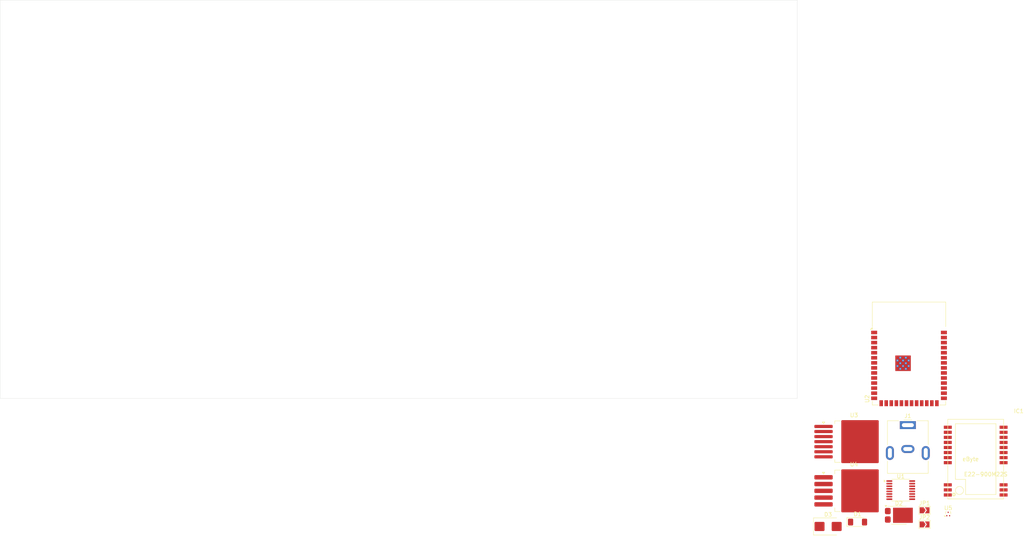
<source format=kicad_pcb>
(kicad_pcb (version 20241229) (generator "pcbnew") (generator_version "9.0")
  (layers (0 "F.Cu" signal) (4 "In1.Cu" signal) (6 "In2.Cu" signal) (2 "B.Cu" signal) (13 "F.Paste" user) (15 "B.Paste" user) (5 "F.SilkS" user "F.Silkscreen") (7 "B.SilkS" user "B.Silkscreen") (1 "F.Mask" user) (3 "B.Mask" user) (25 "Edge.Cuts" user))
  (net 0 "")
  (net 1 "Net-(D1-A)")
  (net 2 "Net-(D1-K)")
  (net 3 "Net-(D2-K)")
  (net 4 "Net-(D3-A1)")
  (net 6 "/ESP32/IO8")
  (net 7 "+3.3V")
  (net 8 "/ESP32/IO9")
  (net 9 "/LoRa/IO2")
  (net 10 "/LoRa/IO1")
  (net 11 "/ESP32/IO11")
  (net 12 "/LoRa/IO0")
  (net 13 "/ESP32/IO16")
  (net 14 "/ESP32/IO7")
  (net 15 "/ESP32/IO18")
  (net 16 "/ESP32/IO10")
  (net 18 "Net-(JP1-B)")
  (net 19 "Net-(JP2-B)")
  (net 20 "Net-(J2-Pin_2)")
  (net 21 "/Power Input/RAW")
  (net 23 "/ESP32/IO4")
  (net 24 "/ESP32/IO6")
  (net 25 "/ESP32/IO5")
  (net 26 "/ESP32/ESP32_USB_D-")
  (net 27 "/ESP32/IO41")
  (net 28 "/ESP32/IO42")
  (net 29 "/ESP32/IO14")
  (net 30 "/ESP32/RXD0")
  (net 32 "/ESP32/IO3")
  (net 33 "/ESP32/IO2")
  (net 34 "/ESP32/IO38")
  (net 35 "/ESP32/IO15")
  (net 36 "/ESP32/IO21")
  (net 37 "/ESP32/ESP32_USB_D+")
  (net 38 "/ESP32/IO1")
  (net 39 "Net-(J6-Pin_2)")
  (net 40 "/ESP32/TXD0")
  (net 41 "/ESP32/IO47")
  (net 42 "/ESP32/IO45")
  (net 43 "/ESP32/IO39")
  (net 44 "/ESP32/IO13")
  (net 45 "/ESP32/IO40")
  (net 46 "Net-(J5-Pin_2)")
  (net 47 "/ESP32/IO48")
  (net 48 "/ESP32/IO12")
  (net 49 "/ESP32/IO46")
  (net 50 "/ESP32/IO17")
  (net 51 "Net-(U3-EN)")
  (net 52 "Net-(U3-SW)")
  (net 54 "+5V")
  (net 55 "Net-(U3-BOOT)")
  (net 56 "Net-(U4-~{ON}{slash}OFF)")
  (net 57 "GND")
  (footprint "Diode_SMD:D_MiniMELF" (layer "F.Cu") (at 240.11 156.0565)
    (property "Reference" "D1" (at 0 -2 0) (layer "F.SilkS"))
    (property "Value" "BZV55B15")
    (fp_line (start -2.66 -1.11) (end -2.66 1.11) (stroke (width 0.12)) (layer "F.SilkS"))
    (fp_line (start -2.66 1.11) (end 1.75 1.11) (stroke (width 0.12)) (layer "F.SilkS"))
    (fp_line (start 1.75 -1.11) (end -2.66 -1.11) (stroke (width 0.12)) (layer "F.SilkS"))
    (pad "1" smd roundrect (at -1.75 0) (size 1.3 1.7) (layers "F.Cu" "F.Mask" "F.Paste") (roundrect_rratio 0.1923076923) (net 2 "Net-(D1-K)"))
    (pad "2" smd roundrect (at 1.75 0) (size 1.3 1.7) (layers "F.Cu" "F.Mask" "F.Paste") (roundrect_rratio 0.1923076923) (net 1 "Net-(D1-A)"))
  )
  (footprint "Package_TO_SOT_SMD:TO-263-5_TabPin3" (layer "F.Cu") (at 239.225 148.2115)
    (property "Reference" "U4" (at 0 -6.65 0) (layer "F.SilkS"))
    (property "Value" "LM2596S-3.3")
    (fp_line (start -4.825 -5.2) (end -4.825 -4.25) (stroke (width 0.12)) (layer "F.SilkS"))
    (fp_line (start -4.825 5.2) (end -4.825 4.25) (stroke (width 0.12)) (layer "F.SilkS"))
    (fp_line (start -3.46 -5.2) (end -4.825 -5.2) (stroke (width 0.12)) (layer "F.SilkS"))
    (fp_line (start -3.46 5.2) (end -4.825 5.2) (stroke (width 0.12)) (layer "F.SilkS"))
    (fp_poly (pts (xy -7.65 -4.21) (xy -7.99 -4.68) (xy -7.31 -4.68)) (stroke (width 0.12)) (fill yes) (layer "F.SilkS"))
    (pad "1" smd roundrect (at -7.65 -3.4) (size 4.6 1.1) (layers "F.Cu" "F.Mask" "F.Paste") (roundrect_rratio 0.227273) (net 54 "+5V"))
    (pad "2" smd roundrect (at -7.65 -1.7) (size 4.6 1.1) (layers "F.Cu" "F.Mask" "F.Paste") (roundrect_rratio 0.227273) (net 3 "Net-(D2-K)"))
    (pad "3" smd roundrect (at -7.65 0) (size 4.6 1.1) (layers "F.Cu" "F.Mask" "F.Paste") (roundrect_rratio 0.227273) (net 57 "GND"))
    (pad "3" smd roundrect (at 1.5 0) (size 9.4 10.8) (layers "F.Cu" "F.Mask") (roundrect_rratio 0.026596) (net 57 "GND"))
    (pad "4" smd roundrect (at -7.65 1.7) (size 4.6 1.1) (layers "F.Cu" "F.Mask" "F.Paste") (roundrect_rratio 0.227273) (net 7 "+3.3V"))
    (pad "5" smd roundrect (at -7.65 3.4) (size 4.6 1.1) (layers "F.Cu" "F.Mask" "F.Paste") (roundrect_rratio 0.227273) (net 56 "Net-(U4-~{ON}{slash}OFF)"))
  )
  (footprint "MountingHole:MountingHole_3.2mm_M3" (layer "F.Cu") (at 95 115)
    (property "Reference" "H6" (hide yes))
    (property "Value" "MountingHole")
    (pad "" np_thru_hole circle (at 0 0) (size 3.2 3.2) (drill 3.2) (layers "*.Cu" "*.Mask"))
  )
  (footprint "MountingHole:MountingHole_3.2mm_M3" (layer "F.Cu") (at 95 35)
    (property "Reference" "H2" (hide yes))
    (property "Value" "MountingHole")
    (pad "" np_thru_hole circle (at 0 0) (size 3.2 3.2) (drill 3.2) (layers "*.Cu" "*.Mask"))
  )
  (footprint "Package_TO_SOT_SMD:Nexperia_CFP15_SOT-1289" (layer "F.Cu") (at 250.475 154.3565)
    (property "Reference" "D2" (at 0 -3 0) (layer "F.SilkS"))
    (property "Value" "PMEG030V050EPD")
    (fp_line (start 1.9 -2.26) (end -2.83 -2.26) (stroke (width 0.12)) (layer "F.SilkS"))
    (fp_line (start 1.9 2.26) (end -1.9 2.26) (stroke (width 0.12)) (layer "F.SilkS"))
    (fp_poly (pts (xy -3.25 -2.14) (xy -3.01 -2.47) (xy -3.49 -2.47) (xy -3.25 -2.14)) (stroke (width 0.12)) (fill yes) (layer "F.SilkS"))
    (pad "1" smd roundrect (at -2.78 -1.065 180) (size 1.44 1.6) (layers "F.Cu" "F.Mask" "F.Paste") (net 57 "GND"))
    (pad "2" smd roundrect (at -2.78 1.065 180) (size 1.44 1.6) (layers "F.Cu" "F.Mask" "F.Paste") (net 57 "GND"))
    (pad "3" smd rect (at 1.02 0 180) (size 4.96 3.8) (layers "F.Cu" "F.Mask") (net 3 "Net-(D2-K)"))
  )
  (footprint "MountingHole:MountingHole_3.2mm_M3" (layer "F.Cu") (at 155 115)
    (property "Reference" "H8" (hide yes))
    (property "Value" "MountingHole")
    (pad "" np_thru_hole circle (at 0 0) (size 3.2 3.2) (drill 3.2) (layers "*.Cu" "*.Mask"))
  )
  (footprint "Jumper:SolderJumper-2_P1.3mm_Open_TrianglePad1.0x1.5mm" (layer "F.Cu") (at 256.925 156.6515)
    (property "Reference" "JP2" (at 0 -1.8 0) (layer "F.SilkS"))
    (property "Value" "A1")
    (fp_line (start -1.4 -1) (end 1.4 -1) (stroke (width 0.12)) (layer "F.SilkS"))
    (fp_line (start -1.4 1) (end -1.4 -1) (stroke (width 0.12)) (layer "F.SilkS"))
    (fp_line (start 1.4 -1) (end 1.4 1) (stroke (width 0.12)) (layer "F.SilkS"))
    (fp_line (start 1.4 1) (end -1.4 1) (stroke (width 0.12)) (layer "F.SilkS"))
    (pad "1" smd custom (at -0.725 0) (size 0.3 0.3) (layers "F.Cu" "F.Mask") (net 7 "+3.3V") (options (clearance outline) (anchor rect)) (primitives (gr_poly (pts (xy 1 0) (xy 0.5 0.75) (xy -0.5 0.75) (xy -0.5 -0.75) (xy 0.5 -0.75)) (width 0) (fill yes))))
    (pad "2" smd custom (at 0.725 0) (size 0.3 0.3) (layers "F.Cu" "F.Mask") (net 19 "Net-(JP2-B)") (options (clearance outline) (anchor rect)) (primitives (gr_poly (pts (xy 0.5 0.75) (xy -0.65 0.75) (xy -0.15 0) (xy -0.65 -0.75) (xy 0.5 -0.75)) (width 0) (fill yes))))
  )
  (footprint "RF_Module:ESP32-S3-WROOM-1" (layer "F.Cu") (at 253.025 113.7115)
    (property "Reference" "U2" (at -10.5 11.4 90) (layer "F.SilkS"))
    (property "Value" "ESP32-S3-WROOM-1")
    (fp_line (start -9.2 -12.9) (end -9.2 -6.7) (stroke (width 0.12)) (layer "F.SilkS"))
    (fp_line (start -9.2 -12.9) (end 9.2 -12.9) (stroke (width 0.12)) (layer "F.SilkS"))
    (fp_line (start -9.2 11.95) (end -9.2 12.95) (stroke (width 0.12)) (layer "F.SilkS"))
    (fp_line (start -9.2 12.95) (end -7.7 12.95) (stroke (width 0.12)) (layer "F.SilkS"))
    (fp_line (start 9.2 -12.9) (end 9.2 -6.7) (stroke (width 0.12)) (layer "F.SilkS"))
    (fp_line (start 9.2 12.95) (end 7.7 12.95) (stroke (width 0.12)) (layer "F.SilkS"))
    (fp_line (start 9.2 12.95) (end 9.2 11.95) (stroke (width 0.12)) (layer "F.SilkS"))
    (fp_poly (pts (xy -9.2 -6.025) (xy -9.7 -6.025) (xy -9.2 -6.525) (xy -9.2 -6.025)) (stroke (width 0.12)) (fill yes) (layer "F.SilkS"))
    (pad "1" smd rect (at -8.75 -5.26) (size 1.5 0.9) (layers "F.Cu" "F.Mask" "F.Paste") (net 57 "GND"))
    (pad "2" smd rect (at -8.75 -3.99) (size 1.5 0.9) (layers "F.Cu" "F.Mask" "F.Paste") (net 7 "+3.3V"))
    (pad "3" smd rect (at -8.75 -2.72) (size 1.5 0.9) (layers "F.Cu" "F.Mask" "F.Paste") (net 39 "Net-(J6-Pin_2)"))
    (pad "4" smd rect (at -8.75 -1.45) (size 1.5 0.9) (layers "F.Cu" "F.Mask" "F.Paste") (net 23 "/ESP32/IO4"))
    (pad "5" smd rect (at -8.75 -0.18) (size 1.5 0.9) (layers "F.Cu" "F.Mask" "F.Paste") (net 25 "/ESP32/IO5"))
    (pad "6" smd rect (at -8.75 1.09) (size 1.5 0.9) (layers "F.Cu" "F.Mask" "F.Paste") (net 24 "/ESP32/IO6"))
    (pad "7" smd rect (at -8.75 2.36) (size 1.5 0.9) (layers "F.Cu" "F.Mask" "F.Paste") (net 14 "/ESP32/IO7"))
    (pad "8" smd rect (at -8.75 3.63) (size 1.5 0.9) (layers "F.Cu" "F.Mask" "F.Paste") (net 35 "/ESP32/IO15"))
    (pad "9" smd rect (at -8.75 4.9) (size 1.5 0.9) (layers "F.Cu" "F.Mask" "F.Paste") (net 13 "/ESP32/IO16"))
    (pad "10" smd rect (at -8.75 6.17) (size 1.5 0.9) (layers "F.Cu" "F.Mask" "F.Paste") (net 50 "/ESP32/IO17"))
    (pad "11" smd rect (at -8.75 7.44) (size 1.5 0.9) (layers "F.Cu" "F.Mask" "F.Paste") (net 15 "/ESP32/IO18"))
    (pad "12" smd rect (at -8.75 8.71) (size 1.5 0.9) (layers "F.Cu" "F.Mask" "F.Paste") (net 6 "/ESP32/IO8"))
    (pad "13" smd rect (at -8.75 9.98) (size 1.5 0.9) (layers "F.Cu" "F.Mask" "F.Paste") (net 26 "/ESP32/ESP32_USB_D-"))
    (pad "14" smd rect (at -8.75 11.25 180) (size 1.5 0.9) (layers "F.Cu" "F.Mask" "F.Paste") (net 37 "/ESP32/ESP32_USB_D+"))
    (pad "15" smd rect (at -6.985 12.5 270) (size 1.5 0.9) (layers "F.Cu" "F.Mask" "F.Paste") (net 32 "/ESP32/IO3"))
    (pad "16" smd rect (at -5.715 12.5 270) (size 1.5 0.9) (layers "F.Cu" "F.Mask" "F.Paste") (net 49 "/ESP32/IO46"))
    (pad "17" smd rect (at -4.445 12.5 270) (size 1.5 0.9) (layers "F.Cu" "F.Mask" "F.Paste") (net 8 "/ESP32/IO9"))
    (pad "18" smd rect (at -3.175 12.5 270) (size 1.5 0.9) (layers "F.Cu" "F.Mask" "F.Paste") (net 16 "/ESP32/IO10"))
    (pad "19" smd rect (at -1.905 12.5 270) (size 1.5 0.9) (layers "F.Cu" "F.Mask" "F.Paste") (net 11 "/ESP32/IO11"))
    (pad "20" smd rect (at -0.635 12.5 270) (size 1.5 0.9) (layers "F.Cu" "F.Mask" "F.Paste") (net 48 "/ESP32/IO12"))
    (pad "21" smd rect (at 0.635 12.5 270) (size 1.5 0.9) (layers "F.Cu" "F.Mask" "F.Paste") (net 44 "/ESP32/IO13"))
    (pad "22" smd rect (at 1.905 12.5 270) (size 1.5 0.9) (layers "F.Cu" "F.Mask" "F.Paste") (net 29 "/ESP32/IO14"))
    (pad "23" smd rect (at 3.175 12.5 270) (size 1.5 0.9) (layers "F.Cu" "F.Mask" "F.Paste") (net 36 "/ESP32/IO21"))
    (pad "24" smd rect (at 4.445 12.5 270) (size 1.5 0.9) (layers "F.Cu" "F.Mask" "F.Paste") (net 41 "/ESP32/IO47"))
    (pad "25" smd rect (at 5.715 12.5 270) (size 1.5 0.9) (layers "F.Cu" "F.Mask" "F.Paste") (net 47 "/ESP32/IO48"))
    (pad "26" smd rect (at 6.985 12.5 270) (size 1.5 0.9) (layers "F.Cu" "F.Mask" "F.Paste") (net 42 "/ESP32/IO45"))
    (pad "27" smd rect (at 8.75 11.25) (size 1.5 0.9) (layers "F.Cu" "F.Mask" "F.Paste") (net 46 "Net-(J5-Pin_2)"))
    (pad "28" smd rect (at 8.75 9.98) (size 1.5 0.9) (layers "F.Cu" "F.Mask" "F.Paste"))
    (pad "29" smd rect (at 8.75 8.71) (size 1.5 0.9) (layers "F.Cu" "F.Mask" "F.Paste"))
    (pad "30" smd rect (at 8.75 7.44) (size 1.5 0.9) (layers "F.Cu" "F.Mask" "F.Paste"))
    (pad "31" smd rect (at 8.75 6.17) (size 1.5 0.9) (layers "F.Cu" "F.Mask" "F.Paste") (net 34 "/ESP32/IO38"))
    (pad "32" smd rect (at 8.75 4.9) (size 1.5 0.9) (layers "F.Cu" "F.Mask" "F.Paste") (net 43 "/ESP32/IO39"))
    (pad "33" smd rect (at 8.75 3.63) (size 1.5 0.9) (layers "F.Cu" "F.Mask" "F.Paste") (net 45 "/ESP32/IO40"))
    (pad "34" smd rect (at 8.75 2.36) (size 1.5 0.9) (layers "F.Cu" "F.Mask" "F.Paste") (net 27 "/ESP32/IO41"))
    (pad "35" smd rect (at 8.75 1.09) (size 1.5 0.9) (layers "F.Cu" "F.Mask" "F.Paste") (net 28 "/ESP32/IO42"))
    (pad "36" smd rect (at 8.75 -0.18) (size 1.5 0.9) (layers "F.Cu" "F.Mask" "F.Paste") (net 30 "/ESP32/RXD0"))
    (pad "37" smd rect (at 8.75 -1.45) (size 1.5 0.9) (layers "F.Cu" "F.Mask" "F.Paste") (net 40 "/ESP32/TXD0"))
    (pad "38" smd rect (at 8.75 -2.72) (size 1.5 0.9) (layers "F.Cu" "F.Mask" "F.Paste") (net 33 "/ESP32/IO2"))
    (pad "39" smd rect (at 8.75 -3.99) (size 1.5 0.9) (layers "F.Cu" "F.Mask" "F.Paste") (net 38 "/ESP32/IO1"))
    (pad "40" smd rect (at 8.75 -5.26) (size 1.5 0.9) (layers "F.Cu" "F.Mask" "F.Paste") (net 57 "GND"))
    (pad "41" thru_hole circle (at -2.9 1.76 90) (size 0.6 0.6) (drill 0.2) (property pad_prop_heatsink) (layers "*.Cu" "F.Mask") (net 57 "GND"))
    (pad "41" thru_hole circle (at -2.9 3.16) (size 0.6 0.6) (drill 0.2) (property pad_prop_heatsink) (layers "*.Cu" "F.Mask") (net 57 "GND"))
    (pad "41" thru_hole circle (at -2.2 1.06) (size 0.6 0.6) (drill 0.2) (property pad_prop_heatsink) (layers "*.Cu" "F.Mask") (net 57 "GND"))
    (pad "41" thru_hole circle (at -2.2 2.46) (size 0.6 0.6) (drill 0.2) (property pad_prop_heatsink) (layers "*.Cu" "F.Mask") (net 57 "GND"))
    (pad "41" thru_hole circle (at -2.2 3.86) (size 0.6 0.6) (drill 0.2) (property pad_prop_heatsink) (layers "*.Cu" "F.Mask") (net 57 "GND"))
    (pad "41" thru_hole circle (at -1.5 1.76) (size 0.6 0.6) (drill 0.2) (property pad_prop_heatsink) (layers "*.Cu" "F.Mask") (net 57 "GND"))
    (pad "41" smd rect (at -1.5 2.46 270) (size 3.9 3.9) (property pad_prop_heatsink) (layers "F.Cu" "F.Mask") (net 57 "GND"))
    (pad "41" thru_hole circle (at -1.5 3.16) (size 0.6 0.6) (drill 0.2) (property pad_prop_heatsink) (layers "*.Cu" "F.Mask") (net 57 "GND"))
    (pad "41" thru_hole circle (at -0.8 1.06) (size 0.6 0.6) (drill 0.2) (property pad_prop_heatsink) (layers "*.Cu" "F.Mask") (net 57 "GND"))
    (pad "41" thru_hole circle (at -0.8 2.46) (size 0.6 0.6) (drill 0.2) (property pad_prop_heatsink) (layers "*.Cu" "F.Mask") (net 57 "GND"))
    (pad "41" thru_hole circle (at -0.8 3.86) (size 0.6 0.6) (drill 0.2) (property pad_prop_heatsink) (layers "*.Cu" "F.Mask") (net 57 "GND"))
    (pad "41" thru_hole circle (at -0.1 1.76) (size 0.6 0.6) (drill 0.2) (property pad_prop_heatsink) (layers "*.Cu" "F.Mask") (net 57 "GND"))
    (pad "41" thru_hole circle (at -0.1 3.16) (size 0.6 0.6) (drill 0.2) (property pad_prop_heatsink) (layers "*.Cu" "F.Mask") (net 57 "GND"))
  )
  (footprint "Package_TO_SOT_SMD:Texas_DRT-3" (layer "F.Cu") (at 262.85 154.0315)
    (property "Reference" "U5" (at 0 -1.5 0) (layer "F.SilkS"))
    (property "Value" "TPD2EUSB30")
    (fp_line (start -0.65 -0.55) (end -0.45 -0.55) (stroke (width 0.12)) (layer "F.SilkS"))
    (fp_line (start -0.65 0) (end -0.65 -0.55) (stroke (width 0.12)) (layer "F.SilkS"))
    (fp_line (start 0.65 -0.55) (end 0.45 -0.55) (stroke (width 0.12)) (layer "F.SilkS"))
    (fp_line (start 0.65 0) (end 0.65 -0.55) (stroke (width 0.12)) (layer "F.SilkS"))
    (fp_poly (pts (xy -0.76 0.43) (xy -0.76 0.71) (xy -1.04 0.43) (xy -0.76 0.43)) (stroke (width 0.12)) (fill yes) (layer "F.SilkS"))
    (pad "1" smd roundrect (at -0.35 0.425) (size 0.3 0.3) (layers "F.Cu" "F.Mask" "F.Paste") (net 37 "/ESP32/ESP32_USB_D+"))
    (pad "2" smd roundrect (at 0.35 0.425) (size 0.3 0.3) (layers "F.Cu" "F.Mask" "F.Paste") (net 26 "/ESP32/ESP32_USB_D-"))
    (pad "3" smd roundrect (at 0 -0.425) (size 0.3 0.3) (layers "F.Cu" "F.Mask" "F.Paste") (net 57 "GND"))
  )
  (footprint "MountingHole:MountingHole_3.2mm_M3" (layer "F.Cu") (at 35 35)
    (property "Reference" "H1" (hide yes))
    (property "Value" "MountingHole")
    (pad "" np_thru_hole circle (at 0 0) (size 3.2 3.2) (drill 3.2) (layers "*.Cu" "*.Mask"))
  )
  (footprint "E22-900M22S:E22-900M22S" (layer "F.Cu") (at 269.75 140.25)
    (property "Reference" "IC1" (at 10.795 -12.065 0) (layer "F.SilkS"))
    (property "Value" "E22-900M22S")
    (fp_line (start -7 -10) (end 7 -10) (stroke (width 0.127)) (layer "F.SilkS"))
    (fp_line (start -7 10) (end -7 -10) (stroke (width 0.127)) (layer "F.SilkS"))
    (fp_line (start -5.08 -8.89) (end 5.08 -8.89) (stroke (width 0.127)) (layer "F.SilkS"))
    (fp_line (start -5.08 5.08) (end -5.08 -8.89) (stroke (width 0.127)) (layer "F.SilkS"))
    (fp_line (start -2.54 5.08) (end -5.08 5.08) (stroke (width 0.127)) (layer "F.SilkS"))
    (fp_line (start -2.54 8.89) (end -2.54 5.08) (stroke (width 0.127)) (layer "F.SilkS"))
    (fp_line (start 5.08 -8.89) (end 5.08 8.89) (stroke (width 0.127)) (layer "F.SilkS"))
    (fp_line (start 5.08 8.89) (end -2.54 8.89) (stroke (width 0.127)) (layer "F.SilkS"))
    (fp_line (start 7 -10) (end 7 10) (stroke (width 0.127)) (layer "F.SilkS"))
    (fp_line (start 7 10) (end -7 10) (stroke (width 0.127)) (layer "F.SilkS"))
    (fp_circle (center -5.461 8.89) (end -5.207 8.89) (stroke (width 0.127)) (fill no) (layer "F.SilkS"))
    (fp_circle (center -5.461 8.89) (end -5.08 8.89) (stroke (width 0.127)) (fill no) (layer "F.SilkS"))
    (fp_circle (center -4.064 7.874) (end -3.048 7.874) (stroke (width 0.127)) (fill no) (layer "F.SilkS"))
    (fp_text user "eByte" (at -1.27 0 0) (layer "F.SilkS"))
    (fp_text user "E22-900M22S" (at 2.54 3.81 0) (layer "F.SilkS"))
    (pad "1" smd rect (at 7 9) (size 2 0.8) (layers "F.Cu" "F.Mask" "F.Paste") (net 57 "GND"))
    (pad "2" smd rect (at 7 7.73) (size 2 0.8) (layers "F.Cu" "F.Mask" "F.Paste") (net 57 "GND"))
    (pad "3" smd rect (at 7 6.46) (size 2 0.8) (layers "F.Cu" "F.Mask" "F.Paste") (net 57 "GND"))
    (pad "4" smd rect (at 7 0.89) (size 2 0.8) (layers "F.Cu" "F.Mask" "F.Paste") (net 57 "GND"))
    (pad "5" smd rect (at 7 -0.38) (size 2 0.8) (layers "F.Cu" "F.Mask" "F.Paste") (net 57 "GND"))
    (pad "6" smd rect (at 7 -1.65) (size 2 0.8) (layers "F.Cu" "F.Mask" "F.Paste") (net 9 "/LoRa/IO2"))
    (pad "7" smd rect (at 7 -2.92) (size 2 0.8) (layers "F.Cu" "F.Mask" "F.Paste") (net 8 "/ESP32/IO9"))
    (pad "8" smd rect (at 7 -4.19) (size 2 0.8) (layers "F.Cu" "F.Mask" "F.Paste") (net 6 "/ESP32/IO8"))
    (pad "9" smd rect (at 7 -5.46) (size 2 0.8) (layers "F.Cu" "F.Mask" "F.Paste") (net 7 "+3.3V"))
    (pad "10" smd rect (at 7 -6.73) (size 2 0.8) (layers "F.Cu" "F.Mask" "F.Paste") (net 57 "GND"))
    (pad "11" smd rect (at 7 -8) (size 2 0.8) (layers "F.Cu" "F.Mask" "F.Paste") (net 57 "GND"))
    (pad "12" smd rect (at -7 -8) (size 2 0.8) (layers "F.Cu" "F.Mask" "F.Paste") (net 57 "GND"))
    (pad "13" smd rect (at -7 -6.73) (size 2 0.8) (layers "F.Cu" "F.Mask" "F.Paste") (net 14 "/ESP32/IO7"))
    (pad "14" smd rect (at -7 -5.46) (size 2 0.8) (layers "F.Cu" "F.Mask" "F.Paste") (net 12 "/LoRa/IO0"))
    (pad "15" smd rect (at -7 -4.19) (size 2 0.8) (layers "F.Cu" "F.Mask" "F.Paste") (net 10 "/LoRa/IO1"))
    (pad "16" smd rect (at -7 -2.92) (size 2 0.8) (layers "F.Cu" "F.Mask" "F.Paste") (net 16 "/ESP32/IO10"))
    (pad "17" smd rect (at -7 -1.65) (size 2 0.8) (layers "F.Cu" "F.Mask" "F.Paste") (net 11 "/ESP32/IO11"))
    (pad "18" smd rect (at -7 -0.38) (size 2 0.8) (layers "F.Cu" "F.Mask" "F.Paste") (net 15 "/ESP32/IO18"))
    (pad "19" smd rect (at -7 0.89) (size 2 0.8) (layers "F.Cu" "F.Mask" "F.Paste") (net 13 "/ESP32/IO16"))
    (pad "20" smd rect (at -7 6.46) (size 2 0.8) (layers "F.Cu" "F.Mask" "F.Paste") (net 57 "GND"))
    (pad "21" smd rect (at -7 7.73) (size 2 0.8) (layers "F.Cu" "F.Mask" "F.Paste"))
    (pad "22" smd rect (at -7 9) (size 2 0.8) (layers "F.Cu" "F.Mask" "F.Paste") (net 57 "GND"))
  )
  (footprint "Package_SO:TSSOP-16_4.4x5mm_P0.65mm" (layer "F.Cu") (at 250.95 148.0315)
    (property "Reference" "U1" (at 0 -3.45 0) (layer "F.SilkS"))
    (property "Value" "INA260")
    (fp_line (start -2.31 -2.735) (end 2.31 -2.735) (stroke (width 0.12)) (layer "F.SilkS"))
    (fp_line (start 2.31 2.735) (end -2.31 2.735) (stroke (width 0.12)) (layer "F.SilkS"))
    (fp_poly (pts (xy -3.86 -2.28) (xy -4.19 -2.04) (xy -4.19 -2.52)) (stroke (width 0.12)) (fill yes) (layer "F.SilkS"))
    (pad "1" smd roundrect (at -2.8625 -2.275) (size 1.475 0.4) (layers "F.Cu" "F.Mask" "F.Paste") (net 20 "Net-(J2-Pin_2)"))
    (pad "2" smd roundrect (at -2.8625 -1.625) (size 1.475 0.4) (layers "F.Cu" "F.Mask" "F.Paste") (net 20 "Net-(J2-Pin_2)"))
    (pad "3" smd roundrect (at -2.8625 -0.975) (size 1.475 0.4) (layers "F.Cu" "F.Mask" "F.Paste") (net 20 "Net-(J2-Pin_2)"))
    (pad "4" smd roundrect (at -2.8625 -0.325) (size 1.475 0.4) (layers "F.Cu" "F.Mask" "F.Paste") (net 19 "Net-(JP2-B)"))
    (pad "5" smd roundrect (at -2.8625 0.325) (size 1.475 0.4) (layers "F.Cu" "F.Mask" "F.Paste") (net 18 "Net-(JP1-B)"))
    (pad "6" smd roundrect (at -2.8625 0.975) (size 1.475 0.4) (layers "F.Cu" "F.Mask" "F.Paste") (net 57 "GND"))
    (pad "7" smd roundrect (at -2.8625 1.625) (size 1.475 0.4) (layers "F.Cu" "F.Mask" "F.Paste") (net 23 "/ESP32/IO4"))
    (pad "8" smd roundrect (at -2.8625 2.275) (size 1.475 0.4) (layers "F.Cu" "F.Mask" "F.Paste") (net 25 "/ESP32/IO5"))
    (pad "9" smd roundrect (at 2.8625 2.275) (size 1.475 0.4) (layers "F.Cu" "F.Mask" "F.Paste") (net 24 "/ESP32/IO6"))
    (pad "10" smd roundrect (at 2.8625 1.625) (size 1.475 0.4) (layers "F.Cu" "F.Mask" "F.Paste") (net 7 "+3.3V"))
    (pad "11" smd roundrect (at 2.8625 0.975) (size 1.475 0.4) (layers "F.Cu" "F.Mask" "F.Paste") (net 57 "GND"))
    (pad "12" smd roundrect (at 2.8625 0.325) (size 1.475 0.4) (layers "F.Cu" "F.Mask" "F.Paste") (net 20 "Net-(J2-Pin_2)"))
    (pad "13" smd roundrect (at 2.8625 -0.325) (size 1.475 0.4) (layers "F.Cu" "F.Mask" "F.Paste"))
    (pad "14" smd roundrect (at 2.8625 -0.975) (size 1.475 0.4) (layers "F.Cu" "F.Mask" "F.Paste") (net 21 "/Power Input/RAW"))
    (pad "15" smd roundrect (at 2.8625 -1.625) (size 1.475 0.4) (layers "F.Cu" "F.Mask" "F.Paste") (net 21 "/Power Input/RAW"))
    (pad "16" smd roundrect (at 2.8625 -2.275) (size 1.475 0.4) (layers "F.Cu" "F.Mask" "F.Paste") (net 21 "/Power Input/RAW"))
  )
  (footprint "MountingHole:MountingHole_3.2mm_M3" (layer "F.Cu") (at 155 35)
    (property "Reference" "H4" (hide yes))
    (property "Value" "MountingHole")
    (pad "" np_thru_hole circle (at 0 0) (size 3.2 3.2) (drill 3.2) (layers "*.Cu" "*.Mask"))
  )
  (footprint "MountingHole:MountingHole_3.2mm_M3" (layer "F.Cu") (at 215 115)
    (property "Reference" "H5" (hide yes))
    (property "Value" "MountingHole")
    (pad "" np_thru_hole circle (at 0 0) (size 3.2 3.2) (drill 3.2) (layers "*.Cu" "*.Mask"))
  )
  (footprint "Jumper:SolderJumper-2_P1.3mm_Open_TrianglePad1.0x1.5mm" (layer "F.Cu") (at 256.925 153.1015)
    (property "Reference" "JP1" (at 0 -1.8 0) (layer "F.SilkS"))
    (property "Value" "A0")
    (fp_line (start -1.4 -1) (end 1.4 -1) (stroke (width 0.12)) (layer "F.SilkS"))
    (fp_line (start -1.4 1) (end -1.4 -1) (stroke (width 0.12)) (layer "F.SilkS"))
    (fp_line (start 1.4 -1) (end 1.4 1) (stroke (width 0.12)) (layer "F.SilkS"))
    (fp_line (start 1.4 1) (end -1.4 1) (stroke (width 0.12)) (layer "F.SilkS"))
    (pad "1" smd custom (at -0.725 0) (size 0.3 0.3) (layers "F.Cu" "F.Mask") (net 7 "+3.3V") (options (clearance outline) (anchor rect)) (primitives (gr_poly (pts (xy 1 0) (xy 0.5 0.75) (xy -0.5 0.75) (xy -0.5 -0.75) (xy 0.5 -0.75)) (width 0) (fill yes))))
    (pad "2" smd custom (at 0.725 0) (size 0.3 0.3) (layers "F.Cu" "F.Mask") (net 18 "Net-(JP1-B)") (options (clearance outline) (anchor rect)) (primitives (gr_poly (pts (xy 0.5 0.75) (xy -0.65 0.75) (xy -0.15 0) (xy -0.65 -0.75) (xy 0.5 -0.75)) (width 0) (fill yes))))
  )
  (footprint "Package_TO_SOT_SMD:TO-263-7_TabPin8" (layer "F.Cu") (at 239.225 135.8615)
    (property "Reference" "U3" (at 0 -6.65 0) (layer "F.SilkS"))
    (property "Value" "LM22678TJ-5")
    (fp_line (start -4.825 -5.2) (end -4.825 -4.51) (stroke (width 0.12)) (layer "F.SilkS"))
    (fp_line (start -4.825 5.2) (end -4.825 4.51) (stroke (width 0.12)) (layer "F.SilkS"))
    (fp_line (start -3.46 -5.2) (end -4.825 -5.2) (stroke (width 0.12)) (layer "F.SilkS"))
    (fp_line (start -3.46 5.2) (end -4.825 5.2) (stroke (width 0.12)) (layer "F.SilkS"))
    (fp_poly (pts (xy -7.65 -4.47) (xy -7.99 -4.94) (xy -7.31 -4.94)) (stroke (width 0.12)) (fill yes) (layer "F.SilkS"))
    (pad "1" smd roundrect (at -7.65 -3.81) (size 4.6 0.8) (layers "F.Cu" "F.Mask" "F.Paste") (net 52 "Net-(U3-SW)"))
    (pad "2" smd roundrect (at -7.65 -2.54) (size 4.6 0.8) (layers "F.Cu" "F.Mask" "F.Paste") (net 21 "/Power Input/RAW"))
    (pad "3" smd roundrect (at -7.65 -1.27) (size 4.6 0.8) (layers "F.Cu" "F.Mask" "F.Paste") (net 55 "Net-(U3-BOOT)"))
    (pad "4" smd roundrect (at -7.65 0) (size 4.6 0.8) (layers "F.Cu" "F.Mask" "F.Paste") (net 57 "GND"))
    (pad "5" smd roundrect (at -7.65 1.27) (size 4.6 0.8) (layers "F.Cu" "F.Mask" "F.Paste"))
    (pad "6" smd roundrect (at -7.65 2.54) (size 4.6 0.8) (layers "F.Cu" "F.Mask" "F.Paste") (net 54 "+5V"))
    (pad "7" smd roundrect (at -7.65 3.81) (size 4.6 0.8) (layers "F.Cu" "F.Mask" "F.Paste") (net 51 "Net-(U3-EN)"))
    (pad "8" smd roundrect (at 1.5 0) (size 9.4 10.8) (layers "F.Cu" "F.Mask") (roundrect_rratio 0.026596) (net 57 "GND"))
  )
  (footprint "Diode_SMD:D_SMB" (layer "F.Cu") (at 232.72 157.1615)
    (property "Reference" "D3" (at 0 -3 0) (layer "F.SilkS"))
    (property "Value" "SM6T30A")
    (fp_line (start -3.66 -2.15) (end -3.66 2.15) (stroke (width 0.12)) (layer "F.SilkS"))
    (fp_line (start -3.66 -2.15) (end 2.15 -2.15) (stroke (width 0.12)) (layer "F.SilkS"))
    (fp_line (start -3.66 2.15) (end 2.15 2.15) (stroke (width 0.12)) (layer "F.SilkS"))
    (pad "1" smd roundrect (at -2.15 0) (size 2.5 2.3) (layers "F.Cu" "F.Mask" "F.Paste") (roundrect_rratio 0.1086956522) (net 4 "Net-(D3-A1)"))
    (pad "2" smd roundrect (at 2.15 0) (size 2.5 2.3) (layers "F.Cu" "F.Mask" "F.Paste") (roundrect_rratio 0.1086956522) (net 57 "GND"))
  )
  (footprint "MountingHole:MountingHole_3.2mm_M3" (layer "F.Cu") (at 35 115)
    (property "Reference" "H7" (hide yes))
    (property "Value" "MountingHole")
    (pad "" np_thru_hole circle (at 0 0) (size 3.2 3.2) (drill 3.2) (layers "*.Cu" "*.Mask"))
  )
  (footprint "Connector_BarrelJack:BarrelJack_CUI_PJ-063AH_Horizontal" (layer "F.Cu") (at 252.725 131.7115)
    (property "Reference" "J1" (at 0 -2.3 0) (layer "F.SilkS"))
    (property "Value" "Input")
    (fp_line (start -5.11 -1.11) (end -2.3 -1.11) (stroke (width 0.12)) (layer "F.SilkS"))
    (fp_line (start -5.11 4.95) (end -5.11 -1.11) (stroke (width 0.12)) (layer "F.SilkS"))
    (fp_line (start -5.11 12.11) (end -5.11 9.05) (stroke (width 0.12)) (layer "F.SilkS"))
    (fp_line (start -1 -1.3) (end 1 -1.3) (stroke (width 0.12)) (layer "F.SilkS"))
    (fp_line (start 2.3 -1.11) (end 5.11 -1.11) (stroke (width 0.12)) (layer "F.SilkS"))
    (fp_line (start 5.11 -1.11) (end 5.11 4.95) (stroke (width 0.12)) (layer "F.SilkS"))
    (fp_line (start 5.11 9.05) (end 5.11 12.11) (stroke (width 0.12)) (layer "F.SilkS"))
    (fp_line (start 5.11 12.11) (end -5.11 12.11) (stroke (width 0.12)) (layer "F.SilkS"))
    (pad "" np_thru_hole circle (at 0 9) (size 1.6 1.6) (drill 1.6) (layers "*.Cu" "*.Mask"))
    (pad "1" thru_hole rect (at 0 0) (size 4 2) (drill oval 3 1) (layers "*.Cu" "*.Mask") (net 4 "Net-(D3-A1)"))
    (pad "2" thru_hole oval (at 0 6) (size 3.3 2) (drill oval 2.3 1) (layers "*.Cu" "*.Mask") (net 57 "GND"))
    (pad "MP" thru_hole oval (at -4.5 7) (size 2 3.5) (drill oval 1 2.5) (layers "*.Cu" "*.Mask"))
    (pad "MP" thru_hole oval (at 4.5 7) (size 2 3.5) (drill oval 1 2.5) (layers "*.Cu" "*.Mask"))
  )
  (footprint "MountingHole:MountingHole_3.2mm_M3" (layer "F.Cu") (at 215 35)
    (property "Reference" "H3" (hide yes))
    (property "Value" "MountingHole")
    (pad "" np_thru_hole circle (at 0 0) (size 3.2 3.2) (drill 3.2) (layers "*.Cu" "*.Mask"))
  )
  (gr_rect (start 25 25) (end 225 125) (stroke (width 0.05)) (fill no) (layer "Edge.Cuts"))
)
</source>
